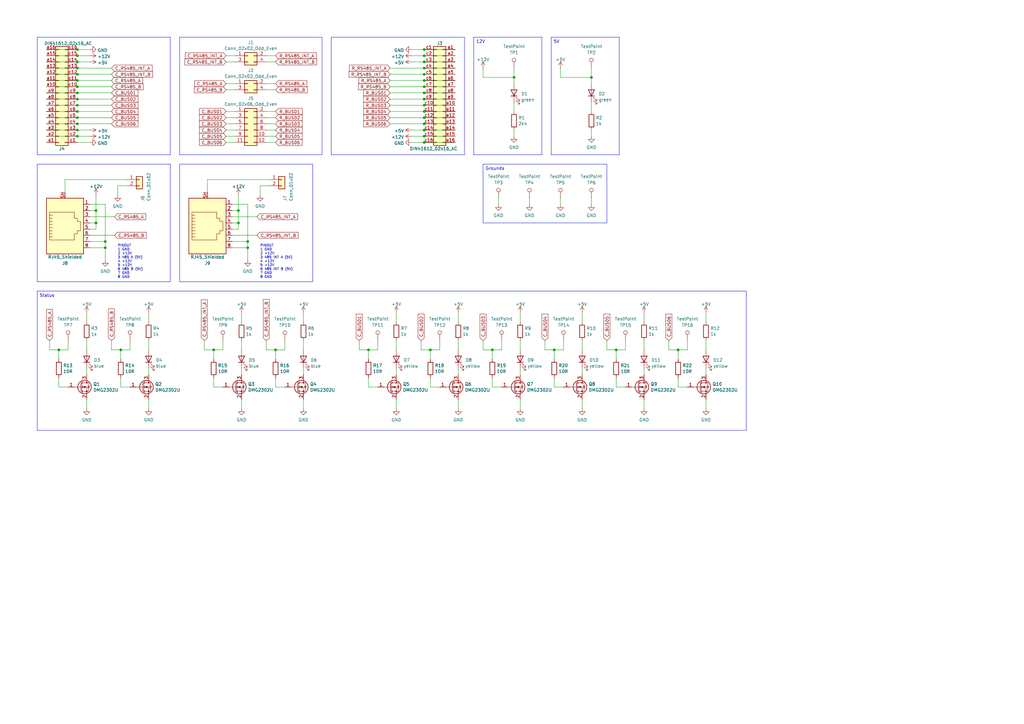
<source format=kicad_sch>
(kicad_sch (version 20230121) (generator eeschema)
  (paper "A3")
  (lib_symbols
    (symbol "Connector:DIN41612_02x16_AC" (pin_names (offset 1.016) hide)
      (property "Reference" "J" (at 1.27 20.32 0))
      (property "Value" "DIN41612_02x16_AC" (at 1.27 -22.86 0))
      (symbol "DIN41612_02x16_AC_1_1"
        (pin passive line (at -5.08 17.78 0) (length 3.81) (name "Pin_a1") (number "a1"))
        (pin passive line (at -5.08 -5.08 0) (length 3.81) (name "Pin_a10") (number "a10"))
        (pin passive line (at -5.08 -7.62 0) (length 3.81) (name "Pin_a11") (number "a11"))
        (pin passive line (at -5.08 -10.16 0) (length 3.81) (name "Pin_a12") (number "a12"))
        (pin passive line (at -5.08 -12.7 0) (length 3.81) (name "Pin_a13") (number "a13"))
        (pin passive line (at -5.08 -15.24 0) (length 3.81) (name "Pin_a14") (number "a14"))
        (pin passive line (at -5.08 -17.78 0) (length 3.81) (name "Pin_a15") (number "a15"))
        (pin passive line (at -5.08 -20.32 0) (length 3.81) (name "Pin_a16") (number "a16"))
        (pin passive line (at -5.08 15.24 0) (length 3.81) (name "Pin_a2") (number "a2"))
        (pin passive line (at -5.08 12.7 0) (length 3.81) (name "Pin_a3") (number "a3"))
        (pin passive line (at -5.08 10.16 0) (length 3.81) (name "Pin_a4") (number "a4"))
        (pin passive line (at -5.08 7.62 0) (length 3.81) (name "Pin_a5") (number "a5"))
        (pin passive line (at -5.08 5.08 0) (length 3.81) (name "Pin_a6") (number "a6"))
        (pin passive line (at -5.08 2.54 0) (length 3.81) (name "Pin_a7") (number "a7"))
        (pin passive line (at -5.08 0 0) (length 3.81) (name "Pin_a8") (number "a8"))
        (pin passive line (at -5.08 -2.54 0) (length 3.81) (name "Pin_a9") (number "a9"))
        (pin passive line (at 7.62 17.78 180) (length 3.81) (name "Pin_c1") (number "c1"))
        (pin passive line (at 7.62 -5.08 180) (length 3.81) (name "Pin_c10") (number "c10"))
        (pin passive line (at 7.62 -7.62 180) (length 3.81) (name "Pin_c11") (number "c11"))
        (pin passive line (at 7.62 -10.16 180) (length 3.81) (name "Pin_c12") (number "c12"))
        (pin passive line (at 7.62 -12.7 180) (length 3.81) (name "Pin_c13") (number "c13"))
        (pin passive line (at 7.62 -15.24 180) (length 3.81) (name "Pin_c14") (number "c14"))
        (pin passive line (at 7.62 -17.78 180) (length 3.81) (name "Pin_c15") (number "c15"))
        (pin passive line (at 7.62 -20.32 180) (length 3.81) (name "Pin_c16") (number "c16"))
        (pin passive line (at 7.62 15.24 180) (length 3.81) (name "Pin_c2") (number "c2"))
        (pin passive line (at 7.62 12.7 180) (length 3.81) (name "Pin_c3") (number "c3"))
        (pin passive line (at 7.62 10.16 180) (length 3.81) (name "Pin_c4") (number "c4"))
        (pin passive line (at 7.62 7.62 180) (length 3.81) (name "Pin_c5") (number "c5"))
        (pin passive line (at 7.62 5.08 180) (length 3.81) (name "Pin_c6") (number "c6"))
        (pin passive line (at 7.62 2.54 180) (length 3.81) (name "Pin_c7") (number "c7"))
        (pin passive line (at 7.62 0 180) (length 3.81) (name "Pin_c8") (number "c8"))
        (pin passive line (at 7.62 -2.54 180) (length 3.81) (name "Pin_c9") (number "c9"))
      )
    )
    (symbol "Connector:RJ45_Shielded" (pin_names (offset 1.016))
      (property "Reference" "J" (at -5.08 13.97 0))
      (property "Value" "RJ45_Shielded" (at 2.54 13.97 0))
      (symbol "RJ45_Shielded_1_1"
        (pin passive line (at 10.16 -7.62 180) (length 2.54) (name "~") (number "1"))
        (pin passive line (at 10.16 -5.08 180) (length 2.54) (name "~") (number "2"))
        (pin passive line (at 10.16 -2.54 180) (length 2.54) (name "~") (number "3"))
        (pin passive line (at 10.16 0 180) (length 2.54) (name "~") (number "4"))
        (pin passive line (at 10.16 2.54 180) (length 2.54) (name "~") (number "5"))
        (pin passive line (at 10.16 5.08 180) (length 2.54) (name "~") (number "6"))
        (pin passive line (at 10.16 7.62 180) (length 2.54) (name "~") (number "7"))
        (pin passive line (at 10.16 10.16 180) (length 2.54) (name "~") (number "8"))
        (pin passive line (at 0 -12.7 90) (length 2.54) (name "~") (number "SH"))
      )
    )
    (symbol "Connector:TestPoint" (pin_numbers hide) (pin_names (offset 0.762) hide)
      (property "Reference" "TP" (at 0 6.858 0))
      (property "Value" "TestPoint" (at 0 5.08 0))
      (symbol "TestPoint_1_1"
        (pin passive line (at 0 0 90) (length 2.54) (name "1") (number "1"))
      )
    )
    (symbol "Connector_Generic:Conn_01x02" (pin_names (offset 1.016) hide)
      (property "Reference" "J" (at 0 2.54 0))
      (property "Value" "Conn_01x02" (at 0 -5.08 0))
      (symbol "Conn_01x02_1_1"
        (pin passive line (at -5.08 0 0) (length 3.81) (name "Pin_1") (number "1"))
        (pin passive line (at -5.08 -2.54 0) (length 3.81) (name "Pin_2") (number "2"))
      )
    )
    (symbol "Connector_Generic:Conn_02x02_Odd_Even" (pin_names (offset 1.016) hide)
      (property "Reference" "J" (at 1.27 2.54 0))
      (property "Value" "Conn_02x02_Odd_Even" (at 1.27 -5.08 0))
      (symbol "Conn_02x02_Odd_Even_1_1"
        (pin passive line (at -5.08 0 0) (length 3.81) (name "Pin_1") (number "1"))
        (pin passive line (at 7.62 0 180) (length 3.81) (name "Pin_2") (number "2"))
        (pin passive line (at -5.08 -2.54 0) (length 3.81) (name "Pin_3") (number "3"))
        (pin passive line (at 7.62 -2.54 180) (length 3.81) (name "Pin_4") (number "4"))
      )
    )
    (symbol "Connector_Generic:Conn_02x06_Odd_Even" (pin_names (offset 1.016) hide)
      (property "Reference" "J" (at 1.27 7.62 0))
      (property "Value" "Conn_02x06_Odd_Even" (at 1.27 -10.16 0))
      (symbol "Conn_02x06_Odd_Even_1_1"
        (pin passive line (at -5.08 5.08 0) (length 3.81) (name "Pin_1") (number "1"))
        (pin passive line (at 7.62 -5.08 180) (length 3.81) (name "Pin_10") (number "10"))
        (pin passive line (at -5.08 -7.62 0) (length 3.81) (name "Pin_11") (number "11"))
        (pin passive line (at 7.62 -7.62 180) (length 3.81) (name "Pin_12") (number "12"))
        (pin passive line (at 7.62 5.08 180) (length 3.81) (name "Pin_2") (number "2"))
        (pin passive line (at -5.08 2.54 0) (length 3.81) (name "Pin_3") (number "3"))
        (pin passive line (at 7.62 2.54 180) (length 3.81) (name "Pin_4") (number "4"))
        (pin passive line (at -5.08 0 0) (length 3.81) (name "Pin_5") (number "5"))
        (pin passive line (at 7.62 0 180) (length 3.81) (name "Pin_6") (number "6"))
        (pin passive line (at -5.08 -2.54 0) (length 3.81) (name "Pin_7") (number "7"))
        (pin passive line (at 7.62 -2.54 180) (length 3.81) (name "Pin_8") (number "8"))
        (pin passive line (at -5.08 -5.08 0) (length 3.81) (name "Pin_9") (number "9"))
      )
    )
    (symbol "Device:LED" (pin_numbers hide) (pin_names (offset 1.016) hide)
      (property "Reference" "D" (at 0 2.54 0))
      (property "Value" "LED" (at 0 -2.54 0))
      (symbol "LED_1_1"
        (pin passive line (at -3.81 0 0) (length 2.54) (name "K") (number "1"))
        (pin passive line (at 3.81 0 180) (length 2.54) (name "A") (number "2"))
      )
    )
    (symbol "Device:R" (pin_numbers hide) (pin_names (offset 0))
      (property "Reference" "R" (at 2.032 0 90))
      (property "Value" "R" (at 0 0 90))
      (symbol "R_1_1"
        (pin passive line (at 0 3.81 270) (length 1.27) (name "~") (number "1"))
        (pin passive line (at 0 -3.81 90) (length 1.27) (name "~") (number "2"))
      )
    )
    (symbol "Transistor_FET:DMG2302U" (pin_names hide)
      (property "Reference" "Q" (at 5.08 1.905 0))
      (property "Value" "DMG2302U" (at 5.08 0 0))
      (symbol "DMG2302U_1_1"
        (pin input line (at -5.08 0 0) (length 2.54) (name "G") (number "1"))
        (pin passive line (at 2.54 -5.08 90) (length 2.54) (name "S") (number "2"))
        (pin passive line (at 2.54 5.08 270) (length 2.54) (name "D") (number "3"))
      )
    )
    (symbol "power:+12V" (power) (pin_names (offset 0))
      (property "Value" "+12V" (at 0 3.556 0))
      (symbol "+12V_1_1"
        (pin power_in line (at 0 0 90) (length 0) hide (name "+12V") (number "1"))
      )
    )
    (symbol "power:+5V" (power) (pin_names (offset 0))
      (property "Value" "+5V" (at 0 3.556 0))
      (symbol "+5V_1_1"
        (pin power_in line (at 0 0 90) (length 0) hide (name "+5V") (number "1"))
      )
    )
    (symbol "power:GND" (power) (pin_names (offset 0))
      (property "Value" "GND" (at 0 -3.81 0))
      (symbol "GND_1_1"
        (pin power_in line (at 0 0 270) (length 0) hide (name "GND") (number "1"))
      )
    )
  )
  (junction (at 31.75 33.02))
  (junction (at 31.75 48.26))
  (junction (at 39.37 86.36))
  (junction (at 252.73 143.51))
  (junction (at 173.99 45.72))
  (junction (at 31.75 40.64))
  (junction (at 31.75 45.72))
  (junction (at 31.75 53.34))
  (junction (at 173.99 43.18))
  (junction (at 173.99 33.02))
  (junction (at 31.75 35.56))
  (junction (at 173.99 30.48))
  (junction (at 173.99 20.32))
  (junction (at 39.37 91.44))
  (junction (at 31.75 55.88))
  (junction (at 97.79 86.36))
  (junction (at 31.75 43.18))
  (junction (at 31.75 25.4))
  (junction (at 87.63 143.51))
  (junction (at 101.6 101.6))
  (junction (at 43.18 99.06))
  (junction (at 31.75 50.8))
  (junction (at 173.99 40.64))
  (junction (at 278.13 143.51))
  (junction (at 201.93 143.51))
  (junction (at 173.99 38.1))
  (junction (at 101.6 99.06))
  (junction (at 173.99 25.4))
  (junction (at 49.53 143.51))
  (junction (at 242.57 31.75))
  (junction (at 31.75 27.94))
  (junction (at 31.75 38.1))
  (junction (at 97.79 91.44))
  (junction (at 173.99 50.8))
  (junction (at 24.13 143.51))
  (junction (at 31.75 30.48))
  (junction (at 173.99 53.34))
  (junction (at 31.75 20.32))
  (junction (at 31.75 22.86))
  (junction (at 43.18 101.6))
  (junction (at 227.33 143.51))
  (junction (at 173.99 48.26))
  (junction (at 173.99 27.94))
  (junction (at 173.99 22.86))
  (junction (at 176.53 143.51))
  (junction (at 173.99 58.42))
  (junction (at 151.13 143.51))
  (junction (at 210.82 31.75))
  (junction (at 113.03 143.51))
  (junction (at 173.99 35.56))
  (junction (at 173.99 55.88))
  (wire (pts (xy 124.46 163.83) (xy 124.46 167.64)))
  (wire (pts (xy 24.13 147.32) (xy 24.13 143.51)))
  (wire (pts (xy 173.99 50.8) (xy 160.02 50.8)))
  (wire (pts (xy 264.16 128.27) (xy 264.16 132.08)))
  (wire (pts (xy 49.53 147.32) (xy 49.53 143.51)))
  (wire (pts (xy 274.32 143.51) (xy 278.13 143.51)))
  (wire (pts (xy 229.87 31.75) (xy 242.57 31.75)))
  (wire (pts (xy 99.06 151.13) (xy 99.06 153.67)))
  (wire (pts (xy 248.92 143.51) (xy 252.73 143.51)))
  (wire (pts (xy 19.05 27.94) (xy 31.75 27.94)))
  (wire (pts (xy 252.73 143.51) (xy 256.54 143.51)))
  (wire (pts (xy 92.71 45.72) (xy 96.52 45.72)))
  (wire (pts (xy 162.56 139.7) (xy 162.56 143.51)))
  (wire (pts (xy 83.82 139.7) (xy 83.82 143.51)))
  (wire (pts (xy 289.56 163.83) (xy 289.56 167.64)))
  (wire (pts (xy 109.22 139.7) (xy 109.22 143.51)))
  (wire (pts (xy 109.22 25.4) (xy 113.03 25.4)))
  (wire (pts (xy 186.69 55.88) (xy 173.99 55.88)))
  (wire (pts (xy 187.96 163.83) (xy 187.96 167.64)))
  (wire (pts (xy 19.05 53.34) (xy 31.75 53.34)))
  (wire (pts (xy 83.82 143.51) (xy 87.63 143.51)))
  (wire (pts (xy 151.13 143.51) (xy 154.94 143.51)))
  (wire (pts (xy 36.83 96.52) (xy 46.99 96.52)))
  (wire (pts (xy 49.53 143.51) (xy 53.34 143.51)))
  (wire (pts (xy 116.84 139.7) (xy 116.84 143.51)))
  (wire (pts (xy 36.83 88.9) (xy 46.99 88.9)))
  (wire (pts (xy 109.22 143.51) (xy 113.03 143.51)))
  (wire (pts (xy 281.94 139.7) (xy 281.94 143.51)))
  (wire (pts (xy 19.05 38.1) (xy 31.75 38.1)))
  (wire (pts (xy 109.22 53.34) (xy 113.03 53.34)))
  (wire (pts (xy 109.22 22.86) (xy 113.03 22.86)))
  (wire (pts (xy 31.75 43.18) (xy 45.72 43.18)))
  (wire (pts (xy 19.05 25.4) (xy 31.75 25.4)))
  (wire (pts (xy 227.33 158.75) (xy 231.14 158.75)))
  (wire (pts (xy 162.56 151.13) (xy 162.56 153.67)))
  (wire (pts (xy 231.14 139.7) (xy 231.14 143.51)))
  (wire (pts (xy 186.69 30.48) (xy 173.99 30.48)))
  (wire (pts (xy 45.72 139.7) (xy 45.72 143.51)))
  (wire (pts (xy 227.33 154.94) (xy 227.33 158.75)))
  (wire (pts (xy 242.57 27.94) (xy 242.57 31.75)))
  (wire (pts (xy 113.03 147.32) (xy 113.03 143.51)))
  (wire (pts (xy 201.93 143.51) (xy 205.74 143.51)))
  (wire (pts (xy 24.13 143.51) (xy 27.94 143.51)))
  (wire (pts (xy 180.34 139.7) (xy 180.34 143.51)))
  (wire (pts (xy 26.67 73.66) (xy 26.67 78.74)))
  (wire (pts (xy 36.83 99.06) (xy 43.18 99.06)))
  (wire (pts (xy 39.37 91.44) (xy 39.37 93.98)))
  (wire (pts (xy 92.71 53.34) (xy 96.52 53.34)))
  (wire (pts (xy 99.06 139.7) (xy 99.06 143.51)))
  (wire (pts (xy 45.72 143.51) (xy 49.53 143.51)))
  (wire (pts (xy 223.52 143.51) (xy 227.33 143.51)))
  (wire (pts (xy 109.22 45.72) (xy 113.03 45.72)))
  (wire (pts (xy 289.56 139.7) (xy 289.56 143.51)))
  (wire (pts (xy 19.05 50.8) (xy 31.75 50.8)))
  (wire (pts (xy 173.99 27.94) (xy 160.02 27.94)))
  (wire (pts (xy 173.99 58.42) (xy 168.91 58.42)))
  (wire (pts (xy 31.75 53.34) (xy 36.83 53.34)))
  (wire (pts (xy 173.99 22.86) (xy 168.91 22.86)))
  (wire (pts (xy 205.74 139.7) (xy 205.74 143.51)))
  (wire (pts (xy 36.83 101.6) (xy 43.18 101.6)))
  (wire (pts (xy 210.82 53.34) (xy 210.82 55.88)))
  (wire (pts (xy 19.05 40.64) (xy 31.75 40.64)))
  (wire (pts (xy 229.87 27.94) (xy 229.87 31.75)))
  (wire (pts (xy 173.99 35.56) (xy 160.02 35.56)))
  (wire (pts (xy 48.26 80.01) (xy 48.26 76.2)))
  (wire (pts (xy 238.76 139.7) (xy 238.76 143.51)))
  (wire (pts (xy 213.36 139.7) (xy 213.36 143.51)))
  (wire (pts (xy 264.16 139.7) (xy 264.16 143.51)))
  (wire (pts (xy 31.75 40.64) (xy 45.72 40.64)))
  (wire (pts (xy 176.53 143.51) (xy 180.34 143.51)))
  (wire (pts (xy 173.99 30.48) (xy 160.02 30.48)))
  (wire (pts (xy 223.52 139.7) (xy 223.52 143.51)))
  (wire (pts (xy 24.13 158.75) (xy 27.94 158.75)))
  (wire (pts (xy 31.75 58.42) (xy 36.83 58.42)))
  (wire (pts (xy 31.75 33.02) (xy 45.72 33.02)))
  (wire (pts (xy 99.06 163.83) (xy 99.06 167.64)))
  (wire (pts (xy 36.83 86.36) (xy 39.37 86.36)))
  (wire (pts (xy 173.99 25.4) (xy 168.91 25.4)))
  (wire (pts (xy 19.05 48.26) (xy 31.75 48.26)))
  (wire (pts (xy 95.25 88.9) (xy 105.41 88.9)))
  (wire (pts (xy 186.69 22.86) (xy 173.99 22.86)))
  (wire (pts (xy 106.68 80.01) (xy 106.68 76.2)))
  (wire (pts (xy 95.25 99.06) (xy 101.6 99.06)))
  (wire (pts (xy 31.75 35.56) (xy 45.72 35.56)))
  (wire (pts (xy 36.83 93.98) (xy 39.37 93.98)))
  (wire (pts (xy 19.05 35.56) (xy 31.75 35.56)))
  (wire (pts (xy 19.05 20.32) (xy 31.75 20.32)))
  (wire (pts (xy 87.63 143.51) (xy 91.44 143.51)))
  (wire (pts (xy 36.83 83.82) (xy 43.18 83.82)))
  (wire (pts (xy 289.56 151.13) (xy 289.56 153.67)))
  (wire (pts (xy 242.57 31.75) (xy 242.57 34.29)))
  (wire (pts (xy 238.76 151.13) (xy 238.76 153.67)))
  (wire (pts (xy 97.79 91.44) (xy 97.79 93.98)))
  (wire (pts (xy 186.69 48.26) (xy 173.99 48.26)))
  (wire (pts (xy 31.75 48.26) (xy 45.72 48.26)))
  (wire (pts (xy 99.06 128.27) (xy 99.06 132.08)))
  (wire (pts (xy 147.32 143.51) (xy 151.13 143.51)))
  (wire (pts (xy 95.25 83.82) (xy 101.6 83.82)))
  (wire (pts (xy 213.36 128.27) (xy 213.36 132.08)))
  (wire (pts (xy 39.37 86.36) (xy 39.37 91.44)))
  (wire (pts (xy 186.69 53.34) (xy 173.99 53.34)))
  (wire (pts (xy 49.53 158.75) (xy 53.34 158.75)))
  (wire (pts (xy 173.99 45.72) (xy 160.02 45.72)))
  (wire (pts (xy 97.79 80.01) (xy 97.79 86.36)))
  (wire (pts (xy 173.99 48.26) (xy 160.02 48.26)))
  (wire (pts (xy 53.34 139.7) (xy 53.34 143.51)))
  (wire (pts (xy 87.63 154.94) (xy 87.63 158.75)))
  (wire (pts (xy 151.13 158.75) (xy 154.94 158.75)))
  (wire (pts (xy 92.71 55.88) (xy 96.52 55.88)))
  (wire (pts (xy 186.69 35.56) (xy 173.99 35.56)))
  (wire (pts (xy 97.79 86.36) (xy 97.79 91.44)))
  (wire (pts (xy 173.99 53.34) (xy 168.91 53.34)))
  (wire (pts (xy 91.44 139.7) (xy 91.44 143.51)))
  (wire (pts (xy 49.53 154.94) (xy 49.53 158.75)))
  (wire (pts (xy 31.75 27.94) (xy 45.72 27.94)))
  (wire (pts (xy 186.69 40.64) (xy 173.99 40.64)))
  (wire (pts (xy 173.99 20.32) (xy 168.91 20.32)))
  (wire (pts (xy 36.83 91.44) (xy 39.37 91.44)))
  (wire (pts (xy 113.03 143.51) (xy 116.84 143.51)))
  (wire (pts (xy 210.82 27.94) (xy 210.82 31.75)))
  (wire (pts (xy 124.46 139.7) (xy 124.46 143.51)))
  (wire (pts (xy 60.96 139.7) (xy 60.96 143.51)))
  (wire (pts (xy 35.56 139.7) (xy 35.56 143.51)))
  (wire (pts (xy 39.37 80.01) (xy 39.37 86.36)))
  (wire (pts (xy 113.03 154.94) (xy 113.03 158.75)))
  (wire (pts (xy 101.6 83.82) (xy 101.6 99.06)))
  (wire (pts (xy 264.16 163.83) (xy 264.16 167.64)))
  (wire (pts (xy 186.69 27.94) (xy 173.99 27.94)))
  (wire (pts (xy 213.36 151.13) (xy 213.36 153.67)))
  (wire (pts (xy 106.68 76.2) (xy 110.49 76.2)))
  (wire (pts (xy 27.94 139.7) (xy 27.94 143.51)))
  (wire (pts (xy 289.56 128.27) (xy 289.56 132.08)))
  (wire (pts (xy 173.99 33.02) (xy 160.02 33.02)))
  (wire (pts (xy 186.69 50.8) (xy 173.99 50.8)))
  (wire (pts (xy 20.32 143.51) (xy 24.13 143.51)))
  (wire (pts (xy 31.75 55.88) (xy 36.83 55.88)))
  (wire (pts (xy 278.13 158.75) (xy 281.94 158.75)))
  (wire (pts (xy 252.73 154.94) (xy 252.73 158.75)))
  (wire (pts (xy 162.56 128.27) (xy 162.56 132.08)))
  (wire (pts (xy 151.13 147.32) (xy 151.13 143.51)))
  (wire (pts (xy 173.99 38.1) (xy 160.02 38.1)))
  (wire (pts (xy 201.93 158.75) (xy 205.74 158.75)))
  (wire (pts (xy 113.03 158.75) (xy 116.84 158.75)))
  (wire (pts (xy 95.25 91.44) (xy 97.79 91.44)))
  (wire (pts (xy 210.82 41.91) (xy 210.82 45.72)))
  (wire (pts (xy 95.25 93.98) (xy 97.79 93.98)))
  (wire (pts (xy 92.71 25.4) (xy 96.52 25.4)))
  (wire (pts (xy 172.72 139.7) (xy 172.72 143.51)))
  (wire (pts (xy 204.47 81.28) (xy 204.47 83.82)))
  (wire (pts (xy 187.96 139.7) (xy 187.96 143.51)))
  (wire (pts (xy 227.33 143.51) (xy 231.14 143.51)))
  (wire (pts (xy 31.75 38.1) (xy 45.72 38.1)))
  (wire (pts (xy 92.71 22.86) (xy 96.52 22.86)))
  (wire (pts (xy 201.93 154.94) (xy 201.93 158.75)))
  (wire (pts (xy 173.99 43.18) (xy 160.02 43.18)))
  (wire (pts (xy 31.75 45.72) (xy 45.72 45.72)))
  (wire (pts (xy 109.22 55.88) (xy 113.03 55.88)))
  (wire (pts (xy 92.71 58.42) (xy 96.52 58.42)))
  (wire (pts (xy 278.13 143.51) (xy 281.94 143.51)))
  (wire (pts (xy 217.17 81.28) (xy 217.17 83.82)))
  (wire (pts (xy 210.82 31.75) (xy 210.82 34.29)))
  (wire (pts (xy 109.22 50.8) (xy 113.03 50.8)))
  (wire (pts (xy 20.32 139.7) (xy 20.32 143.51)))
  (wire (pts (xy 87.63 158.75) (xy 91.44 158.75)))
  (wire (pts (xy 35.56 163.83) (xy 35.56 167.64)))
  (wire (pts (xy 35.56 128.27) (xy 35.56 132.08)))
  (wire (pts (xy 124.46 128.27) (xy 124.46 132.08)))
  (wire (pts (xy 35.56 151.13) (xy 35.56 153.67)))
  (wire (pts (xy 173.99 55.88) (xy 168.91 55.88)))
  (wire (pts (xy 19.05 45.72) (xy 31.75 45.72)))
  (wire (pts (xy 176.53 147.32) (xy 176.53 143.51)))
  (wire (pts (xy 176.53 158.75) (xy 180.34 158.75)))
  (wire (pts (xy 31.75 30.48) (xy 45.72 30.48)))
  (wire (pts (xy 43.18 99.06) (xy 43.18 101.6)))
  (wire (pts (xy 92.71 34.29) (xy 96.52 34.29)))
  (wire (pts (xy 31.75 50.8) (xy 45.72 50.8)))
  (wire (pts (xy 227.33 147.32) (xy 227.33 143.51)))
  (wire (pts (xy 173.99 40.64) (xy 160.02 40.64)))
  (wire (pts (xy 242.57 53.34) (xy 242.57 55.88)))
  (wire (pts (xy 87.63 147.32) (xy 87.63 143.51)))
  (wire (pts (xy 92.71 48.26) (xy 96.52 48.26)))
  (wire (pts (xy 109.22 34.29) (xy 113.03 34.29)))
  (wire (pts (xy 186.69 38.1) (xy 173.99 38.1)))
  (wire (pts (xy 213.36 163.83) (xy 213.36 167.64)))
  (wire (pts (xy 186.69 25.4) (xy 173.99 25.4)))
  (wire (pts (xy 31.75 25.4) (xy 36.83 25.4)))
  (wire (pts (xy 92.71 36.83) (xy 96.52 36.83)))
  (wire (pts (xy 147.32 139.7) (xy 147.32 143.51)))
  (wire (pts (xy 31.75 22.86) (xy 36.83 22.86)))
  (wire (pts (xy 109.22 36.83) (xy 113.03 36.83)))
  (wire (pts (xy 19.05 55.88) (xy 31.75 55.88)))
  (wire (pts (xy 109.22 48.26) (xy 113.03 48.26)))
  (wire (pts (xy 229.87 81.28) (xy 229.87 83.82)))
  (wire (pts (xy 252.73 147.32) (xy 252.73 143.51)))
  (wire (pts (xy 176.53 154.94) (xy 176.53 158.75)))
  (wire (pts (xy 60.96 163.83) (xy 60.96 167.64)))
  (wire (pts (xy 24.13 154.94) (xy 24.13 158.75)))
  (wire (pts (xy 19.05 30.48) (xy 31.75 30.48)))
  (wire (pts (xy 60.96 151.13) (xy 60.96 153.67)))
  (wire (pts (xy 26.67 73.66) (xy 52.07 73.66)))
  (wire (pts (xy 19.05 43.18) (xy 31.75 43.18)))
  (wire (pts (xy 186.69 58.42) (xy 173.99 58.42)))
  (wire (pts (xy 48.26 76.2) (xy 52.07 76.2)))
  (wire (pts (xy 242.57 81.28) (xy 242.57 83.82)))
  (wire (pts (xy 43.18 101.6) (xy 43.18 106.68)))
  (wire (pts (xy 60.96 128.27) (xy 60.96 132.08)))
  (wire (pts (xy 238.76 128.27) (xy 238.76 132.08)))
  (wire (pts (xy 187.96 128.27) (xy 187.96 132.08)))
  (wire (pts (xy 242.57 41.91) (xy 242.57 45.72)))
  (wire (pts (xy 252.73 158.75) (xy 256.54 158.75)))
  (wire (pts (xy 101.6 101.6) (xy 101.6 106.68)))
  (wire (pts (xy 248.92 139.7) (xy 248.92 143.51)))
  (wire (pts (xy 95.25 86.36) (xy 97.79 86.36)))
  (wire (pts (xy 278.13 154.94) (xy 278.13 158.75)))
  (wire (pts (xy 31.75 20.32) (xy 36.83 20.32)))
  (wire (pts (xy 172.72 143.51) (xy 176.53 143.51)))
  (wire (pts (xy 186.69 45.72) (xy 173.99 45.72)))
  (wire (pts (xy 162.56 163.83) (xy 162.56 167.64)))
  (wire (pts (xy 43.18 83.82) (xy 43.18 99.06)))
  (wire (pts (xy 95.25 101.6) (xy 101.6 101.6)))
  (wire (pts (xy 198.12 27.94) (xy 198.12 31.75)))
  (wire (pts (xy 85.09 73.66) (xy 85.09 78.74)))
  (wire (pts (xy 274.32 139.7) (xy 274.32 143.51)))
  (wire (pts (xy 264.16 151.13) (xy 264.16 153.67)))
  (wire (pts (xy 198.12 139.7) (xy 198.12 143.51)))
  (wire (pts (xy 187.96 151.13) (xy 187.96 153.67)))
  (wire (pts (xy 124.46 151.13) (xy 124.46 153.67)))
  (wire (pts (xy 186.69 20.32) (xy 173.99 20.32)))
  (wire (pts (xy 278.13 147.32) (xy 278.13 143.51)))
  (wire (pts (xy 151.13 154.94) (xy 151.13 158.75)))
  (wire (pts (xy 109.22 58.42) (xy 113.03 58.42)))
  (wire (pts (xy 19.05 22.86) (xy 31.75 22.86)))
  (wire (pts (xy 186.69 33.02) (xy 173.99 33.02)))
  (wire (pts (xy 186.69 43.18) (xy 173.99 43.18)))
  (wire (pts (xy 256.54 139.7) (xy 256.54 143.51)))
  (wire (pts (xy 85.09 73.66) (xy 110.49 73.66)))
  (wire (pts (xy 19.05 33.02) (xy 31.75 33.02)))
  (wire (pts (xy 238.76 163.83) (xy 238.76 167.64)))
  (wire (pts (xy 154.94 139.7) (xy 154.94 143.51)))
  (wire (pts (xy 95.25 96.52) (xy 105.41 96.52)))
  (wire (pts (xy 198.12 31.75) (xy 210.82 31.75)))
  (wire (pts (xy 198.12 143.51) (xy 201.93 143.51)))
  (wire (pts (xy 201.93 147.32) (xy 201.93 143.51)))
  (wire (pts (xy 101.6 99.06) (xy 101.6 101.6)))
  (wire (pts (xy 92.71 50.8) (xy 96.52 50.8)))
  (rectangle (start 15.24 15.24) (end 69.85 63.5))
  (rectangle (start 135.89 15.24) (end 190.5 63.5))
  (rectangle (start 73.66 67.31) (end 128.27 115.57))
  (rectangle (start 73.66 15.24) (end 132.08 63.5))
  (rectangle (start 15.24 67.31) (end 69.85 115.57))
  (text_box "Status" (at 15.24 119.38 0) (size 290.83 57.15) (effects (font (size 1.27 1.27)) (justify left top)))
  (text_box "5V" (at 226.06 15.24 0) (size 27.94 48.26) (effects (font (size 1.27 1.27)) (justify left top)))
  (text_box "Grounds" (at 198.12 67.31 0) (size 50.8 24.13) (effects (font (size 1.27 1.27)) (justify left top)))
  (text_box "12V" (at 194.31 15.24 0) (size 27.94 48.26) (effects (font (size 1.27 1.27)) (justify left top)))
  (text "PINOUT\n1 GND\n2 +12V\n3 485 A (5V)\n4 +12V\n5 +12V\n6 485 B (5V)\n7 GND\n8 GND\n" (at 48.26 114.3 0) (effects (font (size 1 1)) (justify left bottom)))
  (text "PINOUT\n1 GND\n2 +12V\n3 485 INT A (5V)\n4 +12V\n5 +12V\n6 485 INT B (5V)\n7 GND\n8 GND\n" (at 106.68 114.3 0) (effects (font (size 1 1)) (justify left bottom)))
  (global_label "R_BUS02" (shape input) (at 160.02 40.64 180) (property "Intersheetrefs" "${INTERSHEET_REFS}" (effects hide)))
  (global_label "R_BUS05" (shape input) (at 160.02 48.26 180) (property "Intersheetrefs" "${INTERSHEET_REFS}" (effects hide)))
  (global_label "C_BUS05" (shape input) (at 248.92 139.7 90) (property "Intersheetrefs" "${INTERSHEET_REFS}" (effects hide)))
  (global_label "R_BUS06" (shape input) (at 113.03 58.42 0) (property "Intersheetrefs" "${INTERSHEET_REFS}" (effects hide)))
  (global_label "C_BUS04" (shape input) (at 223.52 139.7 90) (property "Intersheetrefs" "${INTERSHEET_REFS}" (effects hide)))
  (global_label "C_BUS04" (shape input) (at 45.72 45.72 0) (property "Intersheetrefs" "${INTERSHEET_REFS}" (effects hide)))
  (global_label "C_RS485_B" (shape input) (at 45.72 139.7 90) (property "Intersheetrefs" "${INTERSHEET_REFS}" (effects hide)))
  (global_label "C_BUS01" (shape input) (at 92.71 45.72 180) (property "Intersheetrefs" "${INTERSHEET_REFS}" (effects hide)))
  (global_label "C_RS485_A" (shape input) (at 46.99 88.9 0) (property "Intersheetrefs" "${INTERSHEET_REFS}" (effects hide)))
  (global_label "C_RS485_INT_A" (shape input) (at 92.71 22.86 180) (property "Intersheetrefs" "${INTERSHEET_REFS}" (effects hide)))
  (global_label "C_BUS01" (shape input) (at 147.32 139.7 90) (property "Intersheetrefs" "${INTERSHEET_REFS}" (effects hide)))
  (global_label "R_RS485_INT_A" (shape input) (at 113.03 22.86 0) (property "Intersheetrefs" "${INTERSHEET_REFS}" (effects hide)))
  (global_label "C_BUS03" (shape input) (at 92.71 50.8 180) (property "Intersheetrefs" "${INTERSHEET_REFS}" (effects hide)))
  (global_label "C_BUS04" (shape input) (at 92.71 53.34 180) (property "Intersheetrefs" "${INTERSHEET_REFS}" (effects hide)))
  (global_label "C_BUS05" (shape input) (at 45.72 48.26 0) (property "Intersheetrefs" "${INTERSHEET_REFS}" (effects hide)))
  (global_label "C_RS485_A" (shape input) (at 45.72 33.02 0) (property "Intersheetrefs" "${INTERSHEET_REFS}" (effects hide)))
  (global_label "C_RS485_INT_B" (shape input) (at 105.41 96.52 0) (property "Intersheetrefs" "${INTERSHEET_REFS}" (effects hide)))
  (global_label "C_RS485_A" (shape input) (at 20.32 139.7 90) (property "Intersheetrefs" "${INTERSHEET_REFS}" (effects hide)))
  (global_label "C_RS485_A" (shape input) (at 92.71 34.29 180) (property "Intersheetrefs" "${INTERSHEET_REFS}" (effects hide)))
  (global_label "C_BUS06" (shape input) (at 45.72 50.8 0) (property "Intersheetrefs" "${INTERSHEET_REFS}" (effects hide)))
  (global_label "C_BUS02" (shape input) (at 45.72 40.64 0) (property "Intersheetrefs" "${INTERSHEET_REFS}" (effects hide)))
  (global_label "R_BUS04" (shape input) (at 160.02 45.72 180) (property "Intersheetrefs" "${INTERSHEET_REFS}" (effects hide)))
  (global_label "C_BUS02" (shape input) (at 92.71 48.26 180) (property "Intersheetrefs" "${INTERSHEET_REFS}" (effects hide)))
  (global_label "C_BUS01" (shape input) (at 45.72 38.1 0) (property "Intersheetrefs" "${INTERSHEET_REFS}" (effects hide)))
  (global_label "C_RS485_B" (shape input) (at 92.71 36.83 180) (property "Intersheetrefs" "${INTERSHEET_REFS}" (effects hide)))
  (global_label "C_RS485_INT_B" (shape input) (at 45.72 30.48 0) (property "Intersheetrefs" "${INTERSHEET_REFS}" (effects hide)))
  (global_label "C_BUS05" (shape input) (at 92.71 55.88 180) (property "Intersheetrefs" "${INTERSHEET_REFS}" (effects hide)))
  (global_label "R_RS485_A" (shape input) (at 160.02 33.02 180) (property "Intersheetrefs" "${INTERSHEET_REFS}" (effects hide)))
  (global_label "C_BUS06" (shape input) (at 92.71 58.42 180) (property "Intersheetrefs" "${INTERSHEET_REFS}" (effects hide)))
  (global_label "R_RS485_INT_B" (shape input) (at 113.03 25.4 0) (property "Intersheetrefs" "${INTERSHEET_REFS}" (effects hide)))
  (global_label "R_RS485_INT_B" (shape input) (at 160.02 30.48 180) (property "Intersheetrefs" "${INTERSHEET_REFS}" (effects hide)))
  (global_label "R_RS485_B" (shape input) (at 160.02 35.56 180) (property "Intersheetrefs" "${INTERSHEET_REFS}" (effects hide)))
  (global_label "R_BUS06" (shape input) (at 160.02 50.8 180) (property "Intersheetrefs" "${INTERSHEET_REFS}" (effects hide)))
  (global_label "C_RS485_B" (shape input) (at 46.99 96.52 0) (property "Intersheetrefs" "${INTERSHEET_REFS}" (effects hide)))
  (global_label "C_RS485_INT_B" (shape input) (at 109.22 139.7 90) (property "Intersheetrefs" "${INTERSHEET_REFS}" (effects hide)))
  (global_label "R_BUS05" (shape input) (at 113.03 55.88 0) (property "Intersheetrefs" "${INTERSHEET_REFS}" (effects hide)))
  (global_label "R_BUS01" (shape input) (at 160.02 38.1 180) (property "Intersheetrefs" "${INTERSHEET_REFS}" (effects hide)))
  (global_label "C_RS485_INT_B" (shape input) (at 92.71 25.4 180) (property "Intersheetrefs" "${INTERSHEET_REFS}" (effects hide)))
  (global_label "C_BUS06" (shape input) (at 274.32 139.7 90) (property "Intersheetrefs" "${INTERSHEET_REFS}" (effects hide)))
  (global_label "C_BUS03" (shape input) (at 45.72 43.18 0) (property "Intersheetrefs" "${INTERSHEET_REFS}" (effects hide)))
  (global_label "R_BUS02" (shape input) (at 113.03 48.26 0) (property "Intersheetrefs" "${INTERSHEET_REFS}" (effects hide)))
  (global_label "R_BUS01" (shape input) (at 113.03 45.72 0) (property "Intersheetrefs" "${INTERSHEET_REFS}" (effects hide)))
  (global_label "C_BUS03" (shape input) (at 198.12 139.7 90) (property "Intersheetrefs" "${INTERSHEET_REFS}" (effects hide)))
  (global_label "C_RS485_B" (shape input) (at 45.72 35.56 0) (property "Intersheetrefs" "${INTERSHEET_REFS}" (effects hide)))
  (global_label "R_RS485_A" (shape input) (at 113.03 34.29 0) (property "Intersheetrefs" "${INTERSHEET_REFS}" (effects hide)))
  (global_label "R_BUS03" (shape input) (at 160.02 43.18 180) (property "Intersheetrefs" "${INTERSHEET_REFS}" (effects hide)))
  (global_label "R_RS485_B" (shape input) (at 113.03 36.83 0) (property "Intersheetrefs" "${INTERSHEET_REFS}" (effects hide)))
  (global_label "C_BUS02" (shape input) (at 172.72 139.7 90) (property "Intersheetrefs" "${INTERSHEET_REFS}" (effects hide)))
  (global_label "C_RS485_INT_A" (shape input) (at 105.41 88.9 0) (property "Intersheetrefs" "${INTERSHEET_REFS}" (effects hide)))
  (global_label "C_RS485_INT_A" (shape input) (at 45.72 27.94 0) (property "Intersheetrefs" "${INTERSHEET_REFS}" (effects hide)))
  (global_label "C_RS485_INT_A" (shape input) (at 83.82 139.7 90) (property "Intersheetrefs" "${INTERSHEET_REFS}" (effects hide)))
  (global_label "R_BUS03" (shape input) (at 113.03 50.8 0) (property "Intersheetrefs" "${INTERSHEET_REFS}" (effects hide)))
  (global_label "R_BUS04" (shape input) (at 113.03 53.34 0) (property "Intersheetrefs" "${INTERSHEET_REFS}" (effects hide)))
  (global_label "R_RS485_INT_A" (shape input) (at 160.02 27.94 180) (property "Intersheetrefs" "${INTERSHEET_REFS}" (effects hide)))
  (symbol (lib_id "power:GND") (at 35.56 167.64 0) (unit 1)
    (property "Reference" "#PWR037" (effects hide))
    (property "Value" "GND" (at 35.56 172.2025 0))
  )
  (symbol (lib_id "Connector:TestPoint") (at 205.74 139.7 0) (unit 1)
    (property "Reference" "TP13" (at 205.74 133.35 0))
    (property "Value" "TestPoint" (at 205.74 130.81 0))
    (property "Footprint" "TestPoint:TestPoint_Keystone_5010-5014_Multipurpose" (effects hide))
  )
  (symbol (lib_id "Device:R") (at 24.13 151.13 180) (unit 1)
    (property "Reference" "R13" (at 25.908 149.9179 0) (effects (justify right)))
    (property "Value" "10R" (at 25.908 152.3421 0) (effects (justify right)))
    (property "Footprint" "Resistor_SMD:R_0805_2012Metric" (effects hide))
  )
  (symbol (lib_id "Device:R") (at 201.93 151.13 180) (unit 1)
    (property "Reference" "R19" (at 203.708 149.9179 0) (effects (justify right)))
    (property "Value" "10R" (at 203.708 152.3421 0) (effects (justify right)))
    (property "Footprint" "Resistor_SMD:R_0805_2012Metric" (effects hide))
  )
  (symbol (lib_id "power:+5V") (at 229.87 27.94 0) (unit 1)
    (property "Reference" "#PWR08" (effects hide))
    (property "Value" "+5V" (at 229.87 24.4381 0))
  )
  (symbol (lib_id "power:+5V") (at 213.36 128.27 0) (unit 1)
    (property "Reference" "#PWR033" (effects hide))
    (property "Value" "+5V" (at 213.36 124.7681 0))
  )
  (symbol (lib_id "power:GND") (at 213.36 167.64 0) (unit 1)
    (property "Reference" "#PWR043" (effects hide))
    (property "Value" "GND" (at 213.36 172.2025 0))
  )
  (symbol (lib_id "power:+5V") (at 60.96 128.27 0) (unit 1)
    (property "Reference" "#PWR028" (effects hide))
    (property "Value" "+5V" (at 60.96 124.7681 0))
  )
  (symbol (lib_id "Device:R") (at 238.76 135.89 180) (unit 1)
    (property "Reference" "R10" (at 240.538 134.6779 0) (effects (justify right)))
    (property "Value" "1k" (at 240.538 137.1021 0) (effects (justify right)))
    (property "Footprint" "Resistor_SMD:R_0805_2012Metric" (effects hide))
  )
  (symbol (lib_id "Transistor_FET:DMG2302U") (at 58.42 158.75 0) (unit 1)
    (property "Reference" "Q2" (at 63.627 157.5379 0) (effects (justify left)))
    (property "Value" "DMG2302U" (at 63.627 159.9621 0) (effects (justify left)))
    (property "Footprint" "Package_TO_SOT_SMD:SOT-23" (effects hide))
    (property "Datasheet" "http://www.diodes.com/assets/Datasheets/DMG2302U.pdf" (effects hide))
  )
  (symbol (lib_id "power:+12V") (at 168.91 55.88 90) (unit 1)
    (property "Reference" "#PWR012" (effects hide))
    (property "Value" "+12V" (at 165.735 56.1968 90) (effects (justify left)))
  )
  (symbol (lib_id "Transistor_FET:DMG2302U") (at 185.42 158.75 0) (unit 1)
    (property "Reference" "Q6" (at 190.627 157.5379 0) (effects (justify left)))
    (property "Value" "DMG2302U" (at 190.627 159.9621 0) (effects (justify left)))
    (property "Footprint" "Package_TO_SOT_SMD:SOT-23" (effects hide))
    (property "Datasheet" "http://www.diodes.com/assets/Datasheets/DMG2302U.pdf" (effects hide))
  )
  (symbol (lib_id "Connector:TestPoint") (at 242.57 27.94 0) (unit 1)
    (property "Reference" "TP2" (at 242.57 21.59 0))
    (property "Value" "TestPoint" (at 242.57 19.05 0))
    (property "Footprint" "TestPoint:TestPoint_Keystone_5010-5014_Multipurpose" (effects hide))
  )
  (symbol (lib_id "power:+12V") (at 36.83 55.88 270) (mirror x) (unit 1)
    (property "Reference" "#PWR011" (effects hide))
    (property "Value" "+12V" (at 40.005 56.1968 90) (effects (justify left)))
  )
  (symbol (lib_id "power:+12V") (at 198.12 27.94 0) (unit 1)
    (property "Reference" "#PWR07" (effects hide))
    (property "Value" "+12V" (at 198.12 24.4381 0))
  )
  (symbol (lib_id "Device:R") (at 99.06 135.89 180) (unit 1)
    (property "Reference" "R5" (at 100.838 134.6779 0) (effects (justify right)))
    (property "Value" "1k" (at 100.838 137.1021 0) (effects (justify right)))
    (property "Footprint" "Resistor_SMD:R_0805_2012Metric" (effects hide))
  )
  (symbol (lib_id "power:+5V") (at 168.91 53.34 90) (mirror x) (unit 1)
    (property "Reference" "#PWR010" (effects hide))
    (property "Value" "+5V" (at 165.735 53.6568 90) (effects (justify left)))
  )
  (symbol (lib_id "Connector:TestPoint") (at 217.17 81.28 0) (unit 1)
    (property "Reference" "TP4" (at 217.17 74.93 0))
    (property "Value" "TestPoint" (at 217.17 72.39 0))
    (property "Footprint" "TestPoint:TestPoint_Keystone_5010-5014_Multipurpose" (effects hide))
  )
  (symbol (lib_id "power:+12V") (at 36.83 22.86 270) (mirror x) (unit 1)
    (property "Reference" "#PWR03" (effects hide))
    (property "Value" "+12V" (at 40.005 23.1768 90) (effects (justify left)))
  )
  (symbol (lib_id "power:+5V") (at 168.91 25.4 90) (mirror x) (unit 1)
    (property "Reference" "#PWR06" (effects hide))
    (property "Value" "+5V" (at 165.735 25.7168 90) (effects (justify left)))
  )
  (symbol (lib_id "Transistor_FET:DMG2302U") (at 236.22 158.75 0) (unit 1)
    (property "Reference" "Q8" (at 241.427 157.5379 0) (effects (justify left)))
    (property "Value" "DMG2302U" (at 241.427 159.9621 0) (effects (justify left)))
    (property "Footprint" "Package_TO_SOT_SMD:SOT-23" (effects hide))
    (property "Datasheet" "http://www.diodes.com/assets/Datasheets/DMG2302U.pdf" (effects hide))
  )
  (symbol (lib_id "power:GND") (at 210.82 55.88 0) (unit 1)
    (property "Reference" "#PWR013" (effects hide))
    (property "Value" "GND" (at 210.82 60.4425 0))
  )
  (symbol (lib_id "power:GND") (at 43.18 106.68 0) (unit 1)
    (property "Reference" "#PWR025" (effects hide))
    (property "Value" "GND" (at 43.18 111.2425 0))
  )
  (symbol (lib_id "power:+5V") (at 36.83 25.4 270) (unit 1)
    (property "Reference" "#PWR05" (effects hide))
    (property "Value" "+5V" (at 40.005 25.7168 90) (effects (justify left)))
  )
  (symbol (lib_id "Device:R") (at 278.13 151.13 180) (unit 1)
    (property "Reference" "R22" (at 279.908 149.9179 0) (effects (justify right)))
    (property "Value" "10R" (at 279.908 152.3421 0) (effects (justify right)))
    (property "Footprint" "Resistor_SMD:R_0805_2012Metric" (effects hide))
  )
  (symbol (lib_id "Device:R") (at 162.56 135.89 180) (unit 1)
    (property "Reference" "R7" (at 164.338 134.6779 0) (effects (justify right)))
    (property "Value" "1k" (at 164.338 137.1021 0) (effects (justify right)))
    (property "Footprint" "Resistor_SMD:R_0805_2012Metric" (effects hide))
  )
  (symbol (lib_id "Device:LED") (at 213.36 147.32 90) (unit 1)
    (property "Reference" "D9" (at 216.281 147.6954 90) (effects (justify right)))
    (property "Value" "yellow" (at 216.281 150.1196 90) (effects (justify right)))
    (property "Footprint" "LED_SMD:LED_0805_2012Metric" (effects hide))
  )
  (symbol (lib_id "Device:R") (at 210.82 49.53 180) (unit 1)
    (property "Reference" "R1" (at 212.598 48.3179 0) (effects (justify right)))
    (property "Value" "2k4" (at 212.598 50.7421 0) (effects (justify right)))
    (property "Footprint" "Resistor_SMD:R_0805_2012Metric" (effects hide))
  )
  (symbol (lib_id "power:GND") (at 162.56 167.64 0) (unit 1)
    (property "Reference" "#PWR041" (effects hide))
    (property "Value" "GND" (at 162.56 172.2025 0))
  )
  (symbol (lib_id "Device:R") (at 289.56 135.89 180) (unit 1)
    (property "Reference" "R12" (at 291.338 134.6779 0) (effects (justify right)))
    (property "Value" "1k" (at 291.338 137.1021 0) (effects (justify right)))
    (property "Footprint" "Resistor_SMD:R_0805_2012Metric" (effects hide))
  )
  (symbol (lib_id "Connector_Generic:Conn_01x02") (at 115.57 73.66 0) (unit 1)
    (property "Reference" "J7" (at 116.9558 82.55 90) (effects (justify left)))
    (property "Value" "Conn_01x02" (at 119.38 82.55 90) (effects (justify left)))
    (property "Footprint" "Connector_PinHeader_2.54mm:PinHeader_1x02_P2.54mm_Vertical" (effects hide))
  )
  (symbol (lib_id "power:+5V") (at 99.06 128.27 0) (unit 1)
    (property "Reference" "#PWR029" (effects hide))
    (property "Value" "+5V" (at 99.06 124.7681 0))
  )
  (symbol (lib_id "power:GND") (at 242.57 55.88 0) (unit 1)
    (property "Reference" "#PWR014" (effects hide))
    (property "Value" "GND" (at 242.57 60.4425 0))
  )
  (symbol (lib_id "Transistor_FET:DMG2302U") (at 33.02 158.75 0) (unit 1)
    (property "Reference" "Q1" (at 38.227 157.5379 0) (effects (justify left)))
    (property "Value" "DMG2302U" (at 38.227 159.9621 0) (effects (justify left)))
    (property "Footprint" "Package_TO_SOT_SMD:SOT-23" (effects hide))
    (property "Datasheet" "http://www.diodes.com/assets/Datasheets/DMG2302U.pdf" (effects hide))
  )
  (symbol (lib_id "Connector:TestPoint") (at 204.47 81.28 0) (unit 1)
    (property "Reference" "TP3" (at 204.47 74.93 0))
    (property "Value" "TestPoint" (at 204.47 72.39 0))
    (property "Footprint" "TestPoint:TestPoint_Keystone_5010-5014_Multipurpose" (effects hide))
  )
  (symbol (lib_id "Transistor_FET:DMG2302U") (at 287.02 158.75 0) (unit 1)
    (property "Reference" "Q10" (at 292.227 157.5379 0) (effects (justify left)))
    (property "Value" "DMG2302U" (at 292.227 159.9621 0) (effects (justify left)))
    (property "Footprint" "Package_TO_SOT_SMD:SOT-23" (effects hide))
    (property "Datasheet" "http://www.diodes.com/assets/Datasheets/DMG2302U.pdf" (effects hide))
  )
  (symbol (lib_id "Device:LED") (at 35.56 147.32 90) (unit 1)
    (property "Reference" "D3" (at 38.481 147.6954 90) (effects (justify right)))
    (property "Value" "blue" (at 38.481 150.1196 90) (effects (justify right)))
    (property "Footprint" "LED_SMD:LED_0805_2012Metric" (effects hide))
  )
  (symbol (lib_id "Transistor_FET:DMG2302U") (at 261.62 158.75 0) (unit 1)
    (property "Reference" "Q9" (at 266.827 157.5379 0) (effects (justify left)))
    (property "Value" "DMG2302U" (at 266.827 159.9621 0) (effects (justify left)))
    (property "Footprint" "Package_TO_SOT_SMD:SOT-23" (effects hide))
    (property "Datasheet" "http://www.diodes.com/assets/Datasheets/DMG2302U.pdf" (effects hide))
  )
  (symbol (lib_id "Transistor_FET:DMG2302U") (at 121.92 158.75 0) (unit 1)
    (property "Reference" "Q4" (at 127.127 157.5379 0) (effects (justify left)))
    (property "Value" "DMG2302U" (at 127.127 159.9621 0) (effects (justify left)))
    (property "Footprint" "Package_TO_SOT_SMD:SOT-23" (effects hide))
    (property "Datasheet" "http://www.diodes.com/assets/Datasheets/DMG2302U.pdf" (effects hide))
  )
  (symbol (lib_id "Device:R") (at 176.53 151.13 180) (unit 1)
    (property "Reference" "R18" (at 178.308 149.9179 0) (effects (justify right)))
    (property "Value" "10R" (at 178.308 152.3421 0) (effects (justify right)))
    (property "Footprint" "Resistor_SMD:R_0805_2012Metric" (effects hide))
  )
  (symbol (lib_id "Device:LED") (at 99.06 147.32 90) (unit 1)
    (property "Reference" "D5" (at 101.981 147.6954 90) (effects (justify right)))
    (property "Value" "blue" (at 101.981 150.1196 90) (effects (justify right)))
    (property "Footprint" "LED_SMD:LED_0805_2012Metric" (effects hide))
  )
  (symbol (lib_id "Device:R") (at 187.96 135.89 180) (unit 1)
    (property "Reference" "R8" (at 189.738 134.6779 0) (effects (justify right)))
    (property "Value" "1k" (at 189.738 137.1021 0) (effects (justify right)))
    (property "Footprint" "Resistor_SMD:R_0805_2012Metric" (effects hide))
  )
  (symbol (lib_id "Device:R") (at 227.33 151.13 180) (unit 1)
    (property "Reference" "R20" (at 229.108 149.9179 0) (effects (justify right)))
    (property "Value" "10R" (at 229.108 152.3421 0) (effects (justify right)))
    (property "Footprint" "Resistor_SMD:R_0805_2012Metric" (effects hide))
  )
  (symbol (lib_id "Device:R") (at 113.03 151.13 180) (unit 1)
    (property "Reference" "R16" (at 114.808 149.9179 0) (effects (justify right)))
    (property "Value" "10R" (at 114.808 152.3421 0) (effects (justify right)))
    (property "Footprint" "Resistor_SMD:R_0805_2012Metric" (effects hide))
  )
  (symbol (lib_id "Transistor_FET:DMG2302U") (at 96.52 158.75 0) (unit 1)
    (property "Reference" "Q3" (at 101.727 157.5379 0) (effects (justify left)))
    (property "Value" "DMG2302U" (at 101.727 159.9621 0) (effects (justify left)))
    (property "Footprint" "Package_TO_SOT_SMD:SOT-23" (effects hide))
    (property "Datasheet" "http://www.diodes.com/assets/Datasheets/DMG2302U.pdf" (effects hide))
  )
  (symbol (lib_id "Device:R") (at 264.16 135.89 180) (unit 1)
    (property "Reference" "R11" (at 265.938 134.6779 0) (effects (justify right)))
    (property "Value" "1k" (at 265.938 137.1021 0) (effects (justify right)))
    (property "Footprint" "Resistor_SMD:R_0805_2012Metric" (effects hide))
  )
  (symbol (lib_id "Device:LED") (at 60.96 147.32 90) (unit 1)
    (property "Reference" "D4" (at 63.881 147.6954 90) (effects (justify right)))
    (property "Value" "blue" (at 63.881 150.1196 90) (effects (justify right)))
    (property "Footprint" "LED_SMD:LED_0805_2012Metric" (effects hide))
  )
  (symbol (lib_id "Connector:DIN41612_02x16_AC") (at 24.13 40.64 0) (mirror x) (unit 1)
    (property "Reference" "J4" (at 25.4 60.96 0))
    (property "Value" "DIN41612_02x16_AC" (at 27.94 17.78 0))
    (property "Footprint" "Connector_DIN:DIN41612_C2_2x16_Male_Horizontal_THT" (effects hide))
  )
  (symbol (lib_id "Connector:RJ45_Shielded") (at 26.67 91.44 0) (mirror x) (unit 1)
    (property "Reference" "J8" (at 26.67 107.95 0))
    (property "Value" "RJ45_Shielded" (at 26.67 105.41 0))
    (property "Footprint" "kiu:GDLX-S-88K" (effects hide))
  )
  (symbol (lib_id "power:GND") (at 204.47 83.82 0) (unit 1)
    (property "Reference" "#PWR021" (effects hide))
    (property "Value" "GND" (at 204.47 88.3825 0))
  )
  (symbol (lib_id "power:GND") (at 99.06 167.64 0) (unit 1)
    (property "Reference" "#PWR039" (effects hide))
    (property "Value" "GND" (at 99.06 172.2025 0))
  )
  (symbol (lib_id "Device:LED") (at 264.16 147.32 90) (unit 1)
    (property "Reference" "D11" (at 267.081 147.6954 90) (effects (justify right)))
    (property "Value" "yellow" (at 267.081 150.1196 90) (effects (justify right)))
    (property "Footprint" "LED_SMD:LED_0805_2012Metric" (effects hide))
  )
  (symbol (lib_id "power:GND") (at 124.46 167.64 0) (unit 1)
    (property "Reference" "#PWR040" (effects hide))
    (property "Value" "GND" (at 124.46 172.2025 0))
  )
  (symbol (lib_id "power:GND") (at 101.6 106.68 0) (unit 1)
    (property "Reference" "#PWR026" (effects hide))
    (property "Value" "GND" (at 101.6 111.2425 0))
  )
  (symbol (lib_id "Connector:TestPoint") (at 116.84 139.7 0) (unit 1)
    (property "Reference" "TP10" (at 116.84 133.35 0))
    (property "Value" "TestPoint" (at 116.84 130.81 0))
    (property "Footprint" "TestPoint:TestPoint_Keystone_5010-5014_Multipurpose" (effects hide))
  )
  (symbol (lib_id "Connector:TestPoint") (at 91.44 139.7 0) (unit 1)
    (property "Reference" "TP9" (at 91.44 133.35 0))
    (property "Value" "TestPoint" (at 91.44 130.81 0))
    (property "Footprint" "TestPoint:TestPoint_Keystone_5010-5014_Multipurpose" (effects hide))
  )
  (symbol (lib_id "Connector:TestPoint") (at 231.14 139.7 0) (unit 1)
    (property "Reference" "TP14" (at 231.14 133.35 0))
    (property "Value" "TestPoint" (at 231.14 130.81 0))
    (property "Footprint" "TestPoint:TestPoint_Keystone_5010-5014_Multipurpose" (effects hide))
  )
  (symbol (lib_id "power:+5V") (at 238.76 128.27 0) (unit 1)
    (property "Reference" "#PWR034" (effects hide))
    (property "Value" "+5V" (at 238.76 124.7681 0))
  )
  (symbol (lib_id "Device:LED") (at 238.76 147.32 90) (unit 1)
    (property "Reference" "D10" (at 241.681 147.6954 90) (effects (justify right)))
    (property "Value" "yellow" (at 241.681 150.1196 90) (effects (justify right)))
    (property "Footprint" "LED_SMD:LED_0805_2012Metric" (effects hide))
  )
  (symbol (lib_id "power:+5V") (at 36.83 53.34 270) (unit 1)
    (property "Reference" "#PWR09" (effects hide))
    (property "Value" "+5V" (at 40.005 53.6568 90) (effects (justify left)))
  )
  (symbol (lib_id "Connector_Generic:Conn_01x02") (at 57.15 73.66 0) (unit 1)
    (property "Reference" "J6" (at 58.5358 82.55 90) (effects (justify left)))
    (property "Value" "Conn_01x02" (at 60.96 82.55 90) (effects (justify left)))
    (property "Footprint" "Connector_PinHeader_2.54mm:PinHeader_1x02_P2.54mm_Vertical" (effects hide))
  )
  (symbol (lib_id "Device:R") (at 87.63 151.13 180) (unit 1)
    (property "Reference" "R15" (at 89.408 149.9179 0) (effects (justify right)))
    (property "Value" "10R" (at 89.408 152.3421 0) (effects (justify right)))
    (property "Footprint" "Resistor_SMD:R_0805_2012Metric" (effects hide))
  )
  (symbol (lib_id "Device:R") (at 242.57 49.53 180) (unit 1)
    (property "Reference" "R2" (at 244.348 48.3179 0) (effects (justify right)))
    (property "Value" "1k" (at 244.348 50.7421 0) (effects (justify right)))
    (property "Footprint" "Resistor_SMD:R_0805_2012Metric" (effects hide))
  )
  (symbol (lib_id "Connector:TestPoint") (at 242.57 81.28 0) (unit 1)
    (property "Reference" "TP6" (at 242.57 74.93 0))
    (property "Value" "TestPoint" (at 242.57 72.39 0))
    (property "Footprint" "TestPoint:TestPoint_Keystone_5010-5014_Multipurpose" (effects hide))
  )
  (symbol (lib_id "Device:R") (at 252.73 151.13 180) (unit 1)
    (property "Reference" "R21" (at 254.508 149.9179 0) (effects (justify right)))
    (property "Value" "10R" (at 254.508 152.3421 0) (effects (justify right)))
    (property "Footprint" "Resistor_SMD:R_0805_2012Metric" (effects hide))
  )
  (symbol (lib_id "power:+12V") (at 39.37 80.01 0) (unit 1)
    (property "Reference" "#PWR017" (effects hide))
    (property "Value" "+12V" (at 39.37 76.5081 0))
  )
  (symbol (lib_id "power:GND") (at 106.68 80.01 0) (mirror y) (unit 1)
    (property "Reference" "#PWR020" (effects hide))
    (property "Value" "GND" (at 106.68 84.5725 0))
  )
  (symbol (lib_id "Connector_Generic:Conn_02x02_Odd_Even") (at 101.6 22.86 0) (unit 1)
    (property "Reference" "J1" (at 102.87 17.4457 0))
    (property "Value" "Conn_02x02_Odd_Even" (at 102.87 19.8699 0))
    (property "Footprint" "Connector_PinHeader_2.54mm:PinHeader_2x02_P2.54mm_Vertical" (effects hide))
  )
  (symbol (lib_id "power:GND") (at 229.87 83.82 0) (unit 1)
    (property "Reference" "#PWR023" (effects hide))
    (property "Value" "GND" (at 229.87 88.3825 0))
  )
  (symbol (lib_id "power:+5V") (at 124.46 128.27 0) (unit 1)
    (property "Reference" "#PWR030" (effects hide))
    (property "Value" "+5V" (at 124.46 124.7681 0))
  )
  (symbol (lib_id "power:GND") (at 48.26 80.01 0) (mirror y) (unit 1)
    (property "Reference" "#PWR018" (effects hide))
    (property "Value" "GND" (at 48.26 84.5725 0))
  )
  (symbol (lib_id "Device:LED") (at 242.57 38.1 90) (unit 1)
    (property "Reference" "D2" (at 245.491 38.4754 90) (effects (justify right)))
    (property "Value" "green" (at 245.491 40.8996 90) (effects (justify right)))
    (property "Footprint" "LED_SMD:LED_0805_2012Metric" (effects hide))
  )
  (symbol (lib_id "power:GND") (at 242.57 83.82 0) (unit 1)
    (property "Reference" "#PWR024" (effects hide))
    (property "Value" "GND" (at 242.57 88.3825 0))
  )
  (symbol (lib_id "Connector_Generic:Conn_02x06_Odd_Even") (at 101.6 50.8 0) (unit 1)
    (property "Reference" "J5" (at 102.87 40.3057 0))
    (property "Value" "Conn_02x06_Odd_Even" (at 102.87 42.7299 0))
    (property "Footprint" "Connector_PinHeader_2.54mm:PinHeader_2x06_P2.54mm_Vertical" (effects hide))
  )
  (symbol (lib_id "power:+5V") (at 162.56 128.27 0) (unit 1)
    (property "Reference" "#PWR031" (effects hide))
    (property "Value" "+5V" (at 162.56 124.7681 0))
  )
  (symbol (lib_id "Connector:TestPoint") (at 210.82 27.94 0) (unit 1)
    (property "Reference" "TP1" (at 210.82 21.59 0))
    (property "Value" "TestPoint" (at 210.82 19.05 0))
    (property "Footprint" "TestPoint:TestPoint_Keystone_5010-5014_Multipurpose" (effects hide))
  )
  (symbol (lib_id "Device:LED") (at 289.56 147.32 90) (unit 1)
    (property "Reference" "D12" (at 292.481 147.6954 90) (effects (justify right)))
    (property "Value" "yellow" (at 292.481 150.1196 90) (effects (justify right)))
    (property "Footprint" "LED_SMD:LED_0805_2012Metric" (effects hide))
  )
  (symbol (lib_id "Device:R") (at 124.46 135.89 180) (unit 1)
    (property "Reference" "R6" (at 126.238 134.6779 0) (effects (justify right)))
    (property "Value" "1k" (at 126.238 137.1021 0) (effects (justify right)))
    (property "Footprint" "Resistor_SMD:R_0805_2012Metric" (effects hide))
  )
  (symbol (lib_id "power:+5V") (at 289.56 128.27 0) (unit 1)
    (property "Reference" "#PWR036" (effects hide))
    (property "Value" "+5V" (at 289.56 124.7681 0))
  )
  (symbol (lib_id "Connector:TestPoint") (at 154.94 139.7 0) (unit 1)
    (property "Reference" "TP11" (at 154.94 133.35 0))
    (property "Value" "TestPoint" (at 154.94 130.81 0))
    (property "Footprint" "TestPoint:TestPoint_Keystone_5010-5014_Multipurpose" (effects hide))
  )
  (symbol (lib_id "power:+5V") (at 35.56 128.27 0) (unit 1)
    (property "Reference" "#PWR027" (effects hide))
    (property "Value" "+5V" (at 35.56 124.7681 0))
  )
  (symbol (lib_id "power:GND") (at 36.83 20.32 90) (mirror x) (unit 1)
    (property "Reference" "#PWR01" (effects hide))
    (property "Value" "GND" (at 40.0049 20.6368 90) (effects (justify right)))
  )
  (symbol (lib_id "power:+5V") (at 187.96 128.27 0) (unit 1)
    (property "Reference" "#PWR032" (effects hide))
    (property "Value" "+5V" (at 187.96 124.7681 0))
  )
  (symbol (lib_id "Device:R") (at 151.13 151.13 180) (unit 1)
    (property "Reference" "R17" (at 152.908 149.9179 0) (effects (justify right)))
    (property "Value" "10R" (at 152.908 152.3421 0) (effects (justify right)))
    (property "Footprint" "Resistor_SMD:R_0805_2012Metric" (effects hide))
  )
  (symbol (lib_id "Connector:TestPoint") (at 53.34 139.7 0) (unit 1)
    (property "Reference" "TP8" (at 53.34 133.35 0))
    (property "Value" "TestPoint" (at 53.34 130.81 0))
    (property "Footprint" "TestPoint:TestPoint_Keystone_5010-5014_Multipurpose" (effects hide))
  )
  (symbol (lib_id "power:GND") (at 36.83 58.42 90) (mirror x) (unit 1)
    (property "Reference" "#PWR015" (effects hide))
    (property "Value" "GND" (at 40.0049 58.7368 90) (effects (justify right)))
  )
  (symbol (lib_id "power:GND") (at 60.96 167.64 0) (unit 1)
    (property "Reference" "#PWR038" (effects hide))
    (property "Value" "GND" (at 60.96 172.2025 0))
  )
  (symbol (lib_id "Connector:TestPoint") (at 229.87 81.28 0) (unit 1)
    (property "Reference" "TP5" (at 229.87 74.93 0))
    (property "Value" "TestPoint" (at 229.87 72.39 0))
    (property "Footprint" "TestPoint:TestPoint_Keystone_5010-5014_Multipurpose" (effects hide))
  )
  (symbol (lib_id "Connector:TestPoint") (at 27.94 139.7 0) (unit 1)
    (property "Reference" "TP7" (at 27.94 133.35 0))
    (property "Value" "TestPoint" (at 27.94 130.81 0))
    (property "Footprint" "TestPoint:TestPoint_Keystone_5010-5014_Multipurpose" (effects hide))
  )
  (symbol (lib_id "power:GND") (at 168.91 58.42 270) (unit 1)
    (property "Reference" "#PWR016" (effects hide))
    (property "Value" "GND" (at 165.7351 58.7368 90) (effects (justify right)))
  )
  (symbol (lib_id "power:GND") (at 187.96 167.64 0) (unit 1)
    (property "Reference" "#PWR042" (effects hide))
    (property "Value" "GND" (at 187.96 172.2025 0))
  )
  (symbol (lib_id "Device:LED") (at 210.82 38.1 90) (unit 1)
    (property "Reference" "D1" (at 213.741 38.4754 90) (effects (justify right)))
    (property "Value" "green" (at 213.741 40.8996 90) (effects (justify right)))
    (property "Footprint" "LED_SMD:LED_0805_2012Metric" (effects hide))
  )
  (symbol (lib_id "Connector:TestPoint") (at 281.94 139.7 0) (unit 1)
    (property "Reference" "TP16" (at 281.94 133.35 0))
    (property "Value" "TestPoint" (at 281.94 130.81 0))
    (property "Footprint" "TestPoint:TestPoint_Keystone_5010-5014_Multipurpose" (effects hide))
  )
  (symbol (lib_id "power:GND") (at 264.16 167.64 0) (unit 1)
    (property "Reference" "#PWR045" (effects hide))
    (property "Value" "GND" (at 264.16 172.2025 0))
  )
  (symbol (lib_id "power:+12V") (at 168.91 22.86 90) (unit 1)
    (property "Reference" "#PWR04" (effects hide))
    (property "Value" "+12V" (at 165.735 23.1768 90) (effects (justify left)))
  )
  (symbol (lib_id "power:GND") (at 217.17 83.82 0) (unit 1)
    (property "Reference" "#PWR022" (effects hide))
    (property "Value" "GND" (at 217.17 88.3825 0))
  )
  (symbol (lib_id "Device:LED") (at 162.56 147.32 90) (unit 1)
    (property "Reference" "D7" (at 165.481 147.6954 90) (effects (justify right)))
    (property "Value" "yellow" (at 165.481 150.1196 90) (effects (justify right)))
    (property "Footprint" "LED_SMD:LED_0805_2012Metric" (effects hide))
  )
  (symbol (lib_id "Transistor_FET:DMG2302U") (at 210.82 158.75 0) (unit 1)
    (property "Reference" "Q7" (at 216.027 157.5379 0) (effects (justify left)))
    (property "Value" "DMG2302U" (at 216.027 159.9621 0) (effects (justify left)))
    (property "Footprint" "Package_TO_SOT_SMD:SOT-23" (effects hide))
    (property "Datasheet" "http://www.diodes.com/assets/Datasheets/DMG2302U.pdf" (effects hide))
  )
  (symbol (lib_id "Device:R") (at 35.56 135.89 180) (unit 1)
    (property "Reference" "R3" (at 37.338 134.6779 0) (effects (justify right)))
    (property "Value" "1k" (at 37.338 137.1021 0) (effects (justify right)))
    (property "Footprint" "Resistor_SMD:R_0805_2012Metric" (effects hide))
  )
  (symbol (lib_id "power:GND") (at 168.91 20.32 270) (unit 1)
    (property "Reference" "#PWR02" (effects hide))
    (property "Value" "GND" (at 165.7351 20.6368 90) (effects (justify right)))
  )
  (symbol (lib_id "Connector_Generic:Conn_02x02_Odd_Even") (at 101.6 34.29 0) (unit 1)
    (property "Reference" "J2" (at 102.87 28.8757 0))
    (property "Value" "Conn_02x02_Odd_Even" (at 102.87 31.2999 0))
    (property "Footprint" "Connector_PinHeader_2.54mm:PinHeader_2x02_P2.54mm_Vertical" (effects hide))
  )
  (symbol (lib_id "Device:R") (at 49.53 151.13 180) (unit 1)
    (property "Reference" "R14" (at 51.308 149.9179 0) (effects (justify right)))
    (property "Value" "10R" (at 51.308 152.3421 0) (effects (justify right)))
    (property "Footprint" "Resistor_SMD:R_0805_2012Metric" (effects hide))
  )
  (symbol (lib_id "Device:R") (at 213.36 135.89 180) (unit 1)
    (property "Reference" "R9" (at 215.138 134.6779 0) (effects (justify right)))
    (property "Value" "1k" (at 215.138 137.1021 0) (effects (justify right)))
    (property "Footprint" "Resistor_SMD:R_0805_2012Metric" (effects hide))
  )
  (symbol (lib_id "Transistor_FET:DMG2302U") (at 160.02 158.75 0) (unit 1)
    (property "Reference" "Q5" (at 165.227 157.5379 0) (effects (justify left)))
    (property "Value" "DMG2302U" (at 165.227 159.9621 0) (effects (justify left)))
    (property "Footprint" "Package_TO_SOT_SMD:SOT-23" (effects hide))
    (property "Datasheet" "http://www.diodes.com/assets/Datasheets/DMG2302U.pdf" (effects hide))
  )
  (symbol (lib_id "power:GND") (at 238.76 167.64 0) (unit 1)
    (property "Reference" "#PWR044" (effects hide))
    (property "Value" "GND" (at 238.76 172.2025 0))
  )
  (symbol (lib_id "Connector:DIN41612_02x16_AC") (at 181.61 38.1 0) (mirror y) (unit 1)
    (property "Reference" "J3" (at 180.34 17.78 0))
    (property "Value" "DIN41612_02x16_AC" (at 177.8 60.96 0))
    (property "Footprint" "Connector_DIN:DIN41612_C2_2x16_Male_Horizontal_THT" (effects hide))
  )
  (symbol (lib_id "Connector:TestPoint") (at 256.54 139.7 0) (unit 1)
    (property "Reference" "TP15" (at 256.54 133.35 0))
    (property "Value" "TestPoint" (at 256.54 130.81 0))
    (property "Footprint" "TestPoint:TestPoint_Keystone_5010-5014_Multipurpose" (effects hide))
  )
  (symbol (lib_id "Device:R") (at 60.96 135.89 180) (unit 1)
    (property "Reference" "R4" (at 62.738 134.6779 0) (effects (justify right)))
    (property "Value" "1k" (at 62.738 137.1021 0) (effects (justify right)))
    (property "Footprint" "Resistor_SMD:R_0805_2012Metric" (effects hide))
  )
  (symbol (lib_id "Device:LED") (at 187.96 147.32 90) (unit 1)
    (property "Reference" "D8" (at 190.881 147.6954 90) (effects (justify right)))
    (property "Value" "yellow" (at 190.881 150.1196 90) (effects (justify right)))
    (property "Footprint" "LED_SMD:LED_0805_2012Metric" (effects hide))
  )
  (symbol (lib_id "Connector:TestPoint") (at 180.34 139.7 0) (unit 1)
    (property "Reference" "TP12" (at 180.34 133.35 0))
    (property "Value" "TestPoint" (at 180.34 130.81 0))
    (property "Footprint" "TestPoint:TestPoint_Keystone_5010-5014_Multipurpose" (effects hide))
  )
  (symbol (lib_id "power:+12V") (at 97.79 80.01 0) (unit 1)
    (property "Reference" "#PWR019" (effects hide))
    (property "Value" "+12V" (at 97.79 76.5081 0))
  )
  (symbol (lib_id "Device:LED") (at 124.46 147.32 90) (unit 1)
    (property "Reference" "D6" (at 127.381 147.6954 90) (effects (justify right)))
    (property "Value" "blue" (at 127.381 150.1196 90) (effects (justify right)))
    (property "Footprint" "LED_SMD:LED_0805_2012Metric" (effects hide))
  )
  (symbol (lib_id "Connector:RJ45_Shielded") (at 85.09 91.44 0) (mirror x) (unit 1)
    (property "Reference" "J9" (at 85.09 107.95 0))
    (property "Value" "RJ45_Shielded" (at 85.09 105.41 0))
    (property "Footprint" "kiu:GDLX-S-88K" (effects hide))
  )
  (symbol (lib_id "power:GND") (at 289.56 167.64 0) (unit 1)
    (property "Reference" "#PWR046" (effects hide))
    (property "Value" "GND" (at 289.56 172.2025 0))
  )
  (symbol (lib_id "power:+5V") (at 264.16 128.27 0) (unit 1)
    (property "Reference" "#PWR035" (effects hide))
    (property "Value" "+5V" (at 264.16 124.7681 0))
  )
)
</source>
